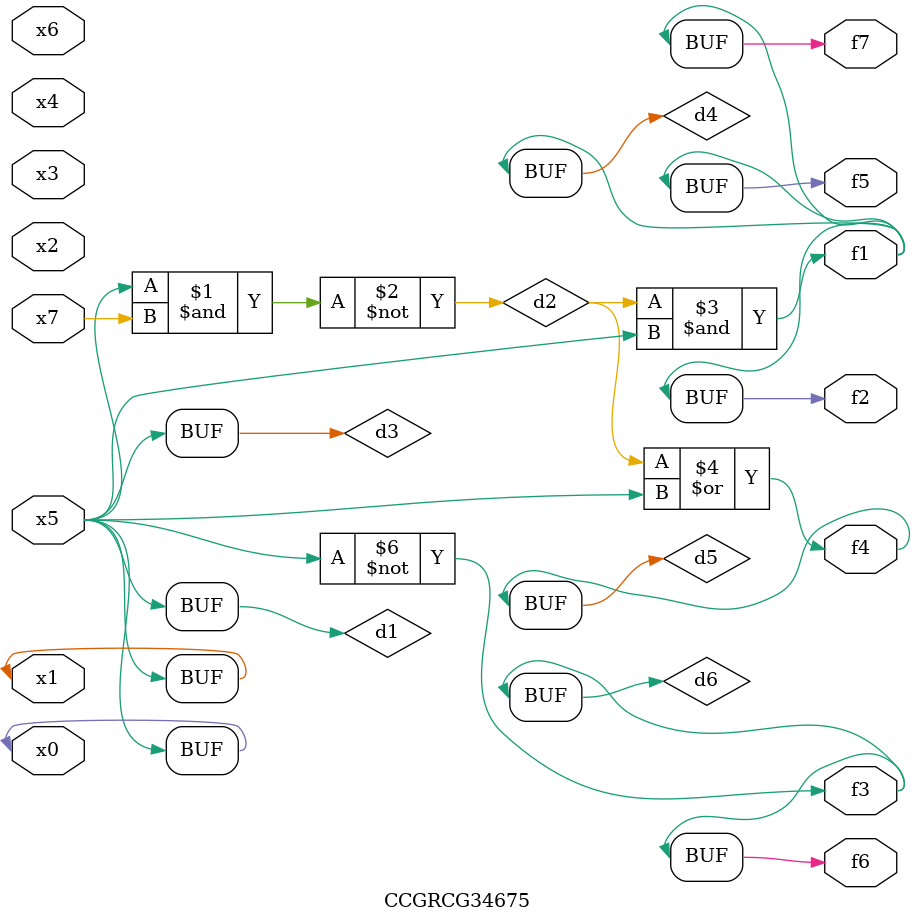
<source format=v>
module CCGRCG34675(
	input x0, x1, x2, x3, x4, x5, x6, x7,
	output f1, f2, f3, f4, f5, f6, f7
);

	wire d1, d2, d3, d4, d5, d6;

	buf (d1, x0, x5);
	nand (d2, x5, x7);
	buf (d3, x0, x1);
	and (d4, d2, d3);
	or (d5, d2, d3);
	nor (d6, d1, d3);
	assign f1 = d4;
	assign f2 = d4;
	assign f3 = d6;
	assign f4 = d5;
	assign f5 = d4;
	assign f6 = d6;
	assign f7 = d4;
endmodule

</source>
